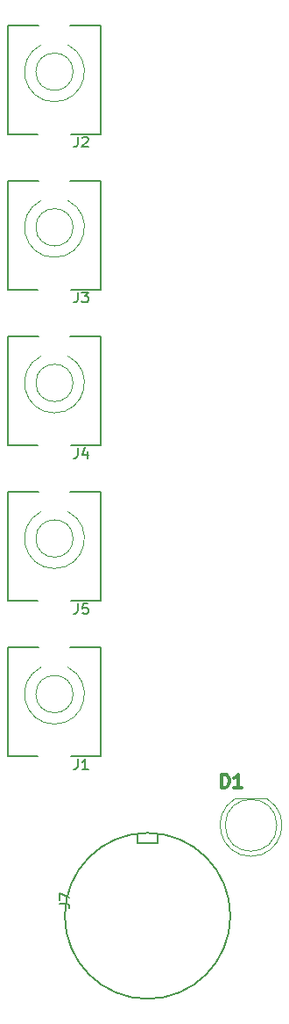
<source format=gto>
%TF.GenerationSoftware,KiCad,Pcbnew,(6.0.1)*%
%TF.CreationDate,2022-10-16T16:10:35-04:00*%
%TF.ProjectId,SYNTH-MIDI-THRU,53594e54-482d-44d4-9944-492d54485255,1*%
%TF.SameCoordinates,Original*%
%TF.FileFunction,Legend,Top*%
%TF.FilePolarity,Positive*%
%FSLAX46Y46*%
G04 Gerber Fmt 4.6, Leading zero omitted, Abs format (unit mm)*
G04 Created by KiCad (PCBNEW (6.0.1)) date 2022-10-16 16:10:35*
%MOMM*%
%LPD*%
G01*
G04 APERTURE LIST*
%ADD10C,0.150000*%
%ADD11C,0.317500*%
%ADD12C,0.200000*%
%ADD13C,0.120000*%
G04 APERTURE END LIST*
D10*
%TO.C,J7*%
X5452380Y-88833333D02*
X6166666Y-88833333D01*
X6309523Y-88880952D01*
X6404761Y-88976190D01*
X6452380Y-89119047D01*
X6452380Y-89214285D01*
X5452380Y-88452380D02*
X5452380Y-87785714D01*
X6452380Y-88214285D01*
%TO.C,J5*%
X7266666Y-59872380D02*
X7266666Y-60586666D01*
X7219047Y-60729523D01*
X7123809Y-60824761D01*
X6980952Y-60872380D01*
X6885714Y-60872380D01*
X8219047Y-59872380D02*
X7742857Y-59872380D01*
X7695238Y-60348571D01*
X7742857Y-60300952D01*
X7838095Y-60253333D01*
X8076190Y-60253333D01*
X8171428Y-60300952D01*
X8219047Y-60348571D01*
X8266666Y-60443809D01*
X8266666Y-60681904D01*
X8219047Y-60777142D01*
X8171428Y-60824761D01*
X8076190Y-60872380D01*
X7838095Y-60872380D01*
X7742857Y-60824761D01*
X7695238Y-60777142D01*
%TO.C,J4*%
X7266666Y-44872380D02*
X7266666Y-45586666D01*
X7219047Y-45729523D01*
X7123809Y-45824761D01*
X6980952Y-45872380D01*
X6885714Y-45872380D01*
X8171428Y-45205714D02*
X8171428Y-45872380D01*
X7933333Y-44824761D02*
X7695238Y-45539047D01*
X8314285Y-45539047D01*
D11*
%TO.C,D1*%
X21152619Y-77624523D02*
X21152619Y-76354523D01*
X21455000Y-76354523D01*
X21636428Y-76415000D01*
X21757380Y-76535952D01*
X21817857Y-76656904D01*
X21878333Y-76898809D01*
X21878333Y-77080238D01*
X21817857Y-77322142D01*
X21757380Y-77443095D01*
X21636428Y-77564047D01*
X21455000Y-77624523D01*
X21152619Y-77624523D01*
X23087857Y-77624523D02*
X22362142Y-77624523D01*
X22725000Y-77624523D02*
X22725000Y-76354523D01*
X22604047Y-76535952D01*
X22483095Y-76656904D01*
X22362142Y-76717380D01*
D10*
%TO.C,J1*%
X7266666Y-74872380D02*
X7266666Y-75586666D01*
X7219047Y-75729523D01*
X7123809Y-75824761D01*
X6980952Y-75872380D01*
X6885714Y-75872380D01*
X8266666Y-75872380D02*
X7695238Y-75872380D01*
X7980952Y-75872380D02*
X7980952Y-74872380D01*
X7885714Y-75015238D01*
X7790476Y-75110476D01*
X7695238Y-75158095D01*
%TO.C,J2*%
X7266666Y-14872380D02*
X7266666Y-15586666D01*
X7219047Y-15729523D01*
X7123809Y-15824761D01*
X6980952Y-15872380D01*
X6885714Y-15872380D01*
X7695238Y-14967619D02*
X7742857Y-14920000D01*
X7838095Y-14872380D01*
X8076190Y-14872380D01*
X8171428Y-14920000D01*
X8219047Y-14967619D01*
X8266666Y-15062857D01*
X8266666Y-15158095D01*
X8219047Y-15300952D01*
X7647619Y-15872380D01*
X8266666Y-15872380D01*
%TO.C,J3*%
X7266666Y-29872380D02*
X7266666Y-30586666D01*
X7219047Y-30729523D01*
X7123809Y-30824761D01*
X6980952Y-30872380D01*
X6885714Y-30872380D01*
X7647619Y-29872380D02*
X8266666Y-29872380D01*
X7933333Y-30253333D01*
X8076190Y-30253333D01*
X8171428Y-30300952D01*
X8219047Y-30348571D01*
X8266666Y-30443809D01*
X8266666Y-30681904D01*
X8219047Y-30777142D01*
X8171428Y-30824761D01*
X8076190Y-30872380D01*
X7790476Y-30872380D01*
X7695238Y-30824761D01*
X7647619Y-30777142D01*
%TO.C,J7*%
X13000000Y-82060000D02*
X13000000Y-83000000D01*
X15000000Y-83000000D02*
X15000000Y-82060000D01*
X13000000Y-83000000D02*
X15000000Y-83000000D01*
X22000000Y-90000000D02*
G75*
G03*
X22000000Y-90000000I-8000000J0D01*
G01*
D12*
%TO.C,J5*%
X9500000Y-59620000D02*
X6600000Y-59620000D01*
X3500000Y-49120000D02*
X500000Y-49120000D01*
X500000Y-49120000D02*
X500000Y-59620000D01*
X9500000Y-49120000D02*
X6500000Y-49120000D01*
X9500000Y-49120000D02*
X9500000Y-59620000D01*
X3400000Y-59620000D02*
X500000Y-59620000D01*
D13*
X5000000Y-56515001D02*
G75*
G03*
X6296263Y-51031423I0J2895001D01*
G01*
X3703737Y-51031424D02*
G75*
G03*
X5000000Y-56515000I1296263J-2588576D01*
G01*
X6800000Y-53620000D02*
G75*
G03*
X6800000Y-53620000I-1800000J0D01*
G01*
D12*
%TO.C,J4*%
X3400000Y-44620000D02*
X500000Y-44620000D01*
X3500000Y-34120000D02*
X500000Y-34120000D01*
X9500000Y-34120000D02*
X9500000Y-44620000D01*
X9500000Y-44620000D02*
X6600000Y-44620000D01*
X500000Y-34120000D02*
X500000Y-44620000D01*
X9500000Y-34120000D02*
X6500000Y-34120000D01*
D13*
X3703737Y-36031424D02*
G75*
G03*
X5000000Y-41515000I1296263J-2588576D01*
G01*
X5000000Y-41515001D02*
G75*
G03*
X6296263Y-36031423I0J2895001D01*
G01*
X6800000Y-38620000D02*
G75*
G03*
X6800000Y-38620000I-1800000J0D01*
G01*
%TO.C,D1*%
X25545000Y-78710000D02*
X22455000Y-78710000D01*
X22455170Y-78710000D02*
G75*
G03*
X24000462Y-84260000I1544830J-2560000D01*
G01*
X23999538Y-84260000D02*
G75*
G03*
X25544830Y-78710000I462J2990000D01*
G01*
X26500000Y-81270000D02*
G75*
G03*
X26500000Y-81270000I-2500000J0D01*
G01*
D12*
%TO.C,J1*%
X500000Y-64120000D02*
X500000Y-74620000D01*
X9500000Y-64120000D02*
X6500000Y-64120000D01*
X3400000Y-74620000D02*
X500000Y-74620000D01*
X9500000Y-64120000D02*
X9500000Y-74620000D01*
X3500000Y-64120000D02*
X500000Y-64120000D01*
X9500000Y-74620000D02*
X6600000Y-74620000D01*
D13*
X3703737Y-66031424D02*
G75*
G03*
X5000000Y-71515000I1296263J-2588576D01*
G01*
X5000000Y-71515001D02*
G75*
G03*
X6296263Y-66031423I0J2895001D01*
G01*
X6800000Y-68620000D02*
G75*
G03*
X6800000Y-68620000I-1800000J0D01*
G01*
D12*
%TO.C,J2*%
X9500000Y-4120000D02*
X6500000Y-4120000D01*
X9500000Y-4120000D02*
X9500000Y-14620000D01*
X3500000Y-4120000D02*
X500000Y-4120000D01*
X3400000Y-14620000D02*
X500000Y-14620000D01*
X9500000Y-14620000D02*
X6600000Y-14620000D01*
X500000Y-4120000D02*
X500000Y-14620000D01*
D13*
X5000000Y-11515001D02*
G75*
G03*
X6296263Y-6031423I0J2895001D01*
G01*
X3703737Y-6031424D02*
G75*
G03*
X5000000Y-11515000I1296263J-2588576D01*
G01*
X6800000Y-8620000D02*
G75*
G03*
X6800000Y-8620000I-1800000J0D01*
G01*
D12*
%TO.C,J3*%
X3500000Y-19120000D02*
X500000Y-19120000D01*
X500000Y-19120000D02*
X500000Y-29620000D01*
X9500000Y-19120000D02*
X9500000Y-29620000D01*
X9500000Y-29620000D02*
X6600000Y-29620000D01*
X3400000Y-29620000D02*
X500000Y-29620000D01*
X9500000Y-19120000D02*
X6500000Y-19120000D01*
D13*
X3703737Y-21031424D02*
G75*
G03*
X5000000Y-26515000I1296263J-2588576D01*
G01*
X5000000Y-26515001D02*
G75*
G03*
X6296263Y-21031423I0J2895001D01*
G01*
X6800000Y-23620000D02*
G75*
G03*
X6800000Y-23620000I-1800000J0D01*
G01*
%TD*%
M02*

</source>
